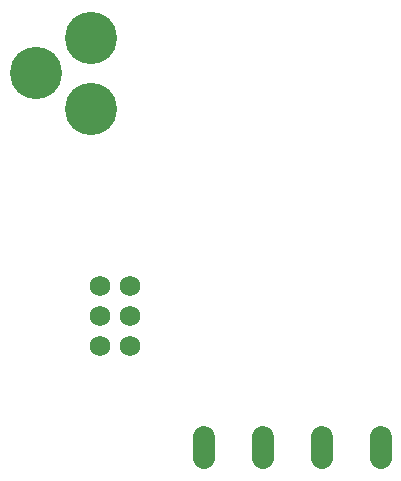
<source format=gbs>
G75*
G70*
%OFA0B0*%
%FSLAX24Y24*%
%IPPOS*%
%LPD*%
%AMOC8*
5,1,8,0,0,1.08239X$1,22.5*
%
%ADD10C,0.0680*%
%ADD11C,0.0745*%
%ADD12C,0.1740*%
D10*
X003680Y005180D03*
X003680Y006180D03*
X003680Y007180D03*
X004680Y007180D03*
X004680Y006180D03*
X004680Y005180D03*
D11*
X007127Y002133D02*
X007127Y001428D01*
X009096Y001428D02*
X009096Y002133D01*
X011064Y002133D02*
X011064Y001428D01*
X013033Y001428D02*
X013033Y002133D01*
D12*
X003380Y013086D03*
X001530Y014267D03*
X003380Y015449D03*
M02*

</source>
